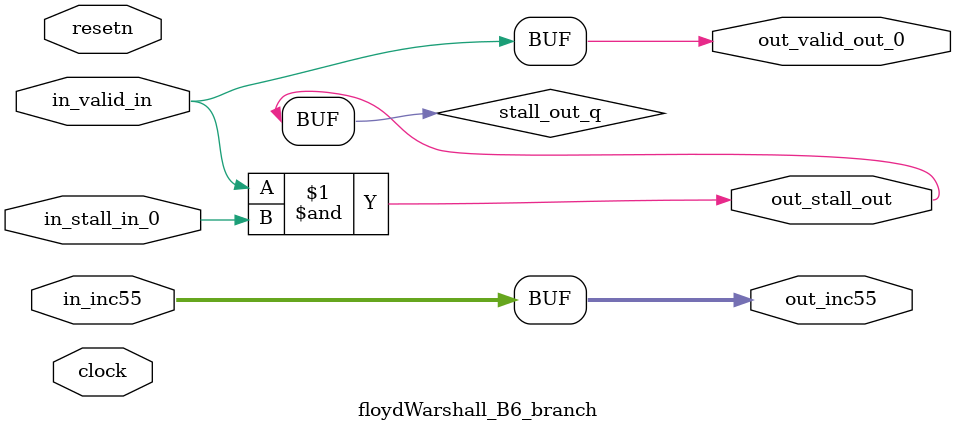
<source format=sv>



(* altera_attribute = "-name AUTO_SHIFT_REGISTER_RECOGNITION OFF; -name MESSAGE_DISABLE 10036; -name MESSAGE_DISABLE 10037; -name MESSAGE_DISABLE 14130; -name MESSAGE_DISABLE 14320; -name MESSAGE_DISABLE 15400; -name MESSAGE_DISABLE 14130; -name MESSAGE_DISABLE 10036; -name MESSAGE_DISABLE 12020; -name MESSAGE_DISABLE 12030; -name MESSAGE_DISABLE 12010; -name MESSAGE_DISABLE 12110; -name MESSAGE_DISABLE 14320; -name MESSAGE_DISABLE 13410; -name MESSAGE_DISABLE 113007; -name MESSAGE_DISABLE 10958" *)
module floydWarshall_B6_branch (
    input wire [31:0] in_inc55,
    input wire [0:0] in_stall_in_0,
    input wire [0:0] in_valid_in,
    output wire [31:0] out_inc55,
    output wire [0:0] out_stall_out,
    output wire [0:0] out_valid_out_0,
    input wire clock,
    input wire resetn
    );

    wire [0:0] stall_out_q;


    // out_inc55(GPOUT,5)
    assign out_inc55 = in_inc55;

    // stall_out(LOGICAL,8)
    assign stall_out_q = in_valid_in & in_stall_in_0;

    // out_stall_out(GPOUT,6)
    assign out_stall_out = stall_out_q;

    // out_valid_out_0(GPOUT,7)
    assign out_valid_out_0 = in_valid_in;

endmodule

</source>
